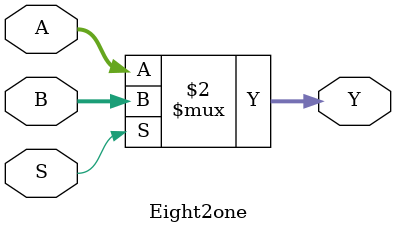
<source format=sv>
module Eight2one #(parameter N = 8)
(
	input [N-1:0]A,B, //declare select inputs
	output [N-1:0] Y, //declare data outputs
	input S				//select signal
);

	assign Y=(S==0) ? A:B;
endmodule

</source>
